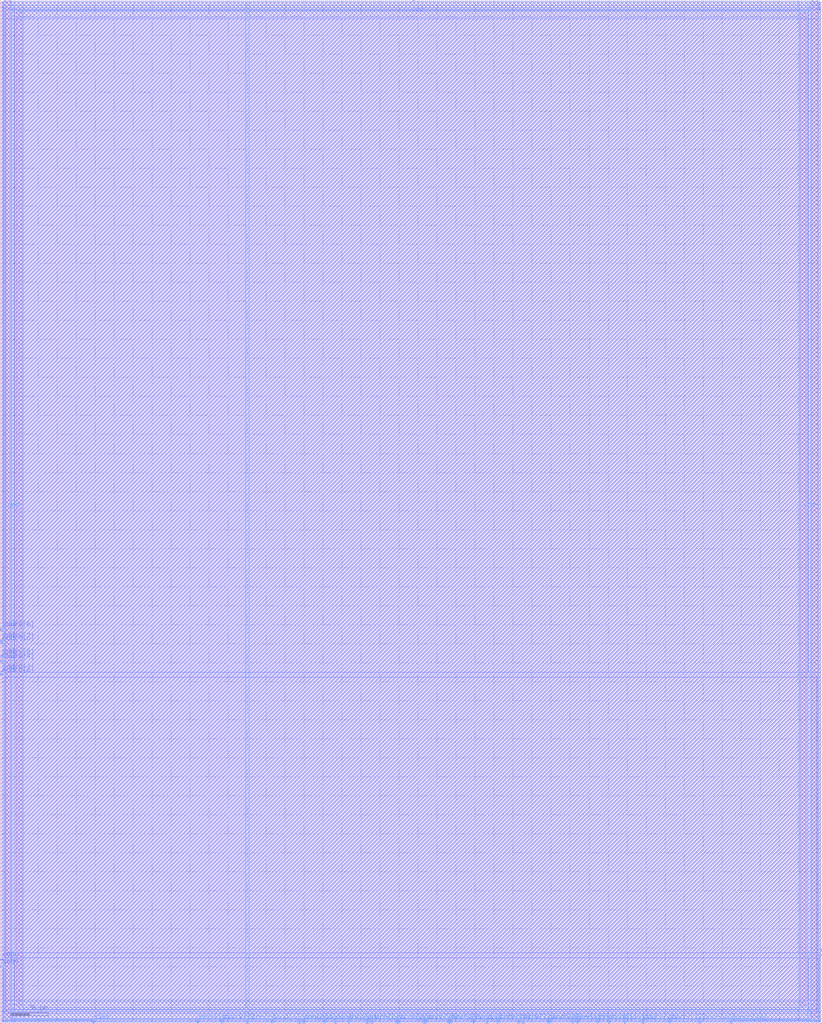
<source format=lef>
VERSION 5.4 ;
NAMESCASESENSITIVE ON ;
BUSBITCHARS "[]" ;
DIVIDERCHAR "/" ;
UNITS
  DATABASE MICRONS 2000 ;
END UNITS
MACRO conv1_rm_sram_16_336_sky130A
   CLASS BLOCK ;
   SIZE 432.71 BY 538.62 ;
   SYMMETRY X Y R90 ;
   PIN din0[0]
      DIRECTION INPUT ;
      PORT
         LAYER m4 ;
         RECT  129.71 0.0 130.45 1.93 ;
      END
   END din0[0]
   PIN din0[1]
      DIRECTION INPUT ;
      PORT
         LAYER m4 ;
         RECT  142.8 0.0 143.54 1.93 ;
      END
   END din0[1]
   PIN din0[2]
      DIRECTION INPUT ;
      PORT
         LAYER m4 ;
         RECT  157.08 0.0 157.82 1.93 ;
      END
   END din0[2]
   PIN din0[3]
      DIRECTION INPUT ;
      PORT
         LAYER m4 ;
         RECT  170.17 0.0 170.91 1.93 ;
      END
   END din0[3]
   PIN din0[4]
      DIRECTION INPUT ;
      PORT
         LAYER m4 ;
         RECT  183.26 0.0 184.0 1.93 ;
      END
   END din0[4]
   PIN din0[5]
      DIRECTION INPUT ;
      PORT
         LAYER m4 ;
         RECT  195.16 0.0 195.9 1.93 ;
      END
   END din0[5]
   PIN din0[6]
      DIRECTION INPUT ;
      PORT
         LAYER m4 ;
         RECT  209.44 0.0 210.18 1.93 ;
      END
   END din0[6]
   PIN din0[7]
      DIRECTION INPUT ;
      PORT
         LAYER m4 ;
         RECT  222.53 0.0 223.27 1.93 ;
      END
   END din0[7]
   PIN din0[8]
      DIRECTION INPUT ;
      PORT
         LAYER m4 ;
         RECT  235.62 0.0 236.36 1.93 ;
      END
   END din0[8]
   PIN din0[9]
      DIRECTION INPUT ;
      PORT
         LAYER m4 ;
         RECT  248.71 0.0 249.45 1.93 ;
      END
   END din0[9]
   PIN din0[10]
      DIRECTION INPUT ;
      PORT
         LAYER m4 ;
         RECT  261.8 0.0 262.54 1.93 ;
      END
   END din0[10]
   PIN din0[11]
      DIRECTION INPUT ;
      PORT
         LAYER m4 ;
         RECT  274.89 0.0 275.63 1.93 ;
      END
   END din0[11]
   PIN din0[12]
      DIRECTION INPUT ;
      PORT
         LAYER m4 ;
         RECT  287.98 0.0 288.72 1.93 ;
      END
   END din0[12]
   PIN din0[13]
      DIRECTION INPUT ;
      PORT
         LAYER m4 ;
         RECT  301.07 0.0 301.81 1.93 ;
      END
   END din0[13]
   PIN din0[14]
      DIRECTION INPUT ;
      PORT
         LAYER m4 ;
         RECT  314.16 0.0 314.9 1.93 ;
      END
   END din0[14]
   PIN din0[15]
      DIRECTION INPUT ;
      PORT
         LAYER m4 ;
         RECT  328.44 0.0 329.18 1.93 ;
      END
   END din0[15]
   PIN addr0[0]
      DIRECTION INPUT ;
      PORT
         LAYER m4 ;
         RECT  103.53 0.0 104.27 1.93 ;
      END
   END addr0[0]
   PIN addr0[1]
      DIRECTION INPUT ;
      PORT
         LAYER m4 ;
         RECT  116.62 0.0 117.36 1.93 ;
      END
   END addr0[1]
   PIN addr0[2]
      DIRECTION INPUT ;
      PORT
         LAYER m3 ;
         RECT  0.0 183.26 1.93 184.0 ;
      END
   END addr0[2]
   PIN addr0[3]
      DIRECTION INPUT ;
      PORT
         LAYER m3 ;
         RECT  0.0 184.45 1.93 185.19 ;
      END
   END addr0[3]
   PIN addr0[4]
      DIRECTION INPUT ;
      PORT
         LAYER m3 ;
         RECT  0.0 190.4 1.93 191.14 ;
      END
   END addr0[4]
   PIN addr0[5]
      DIRECTION INPUT ;
      PORT
         LAYER m3 ;
         RECT  0.0 192.78 1.93 193.52 ;
      END
   END addr0[5]
   PIN addr0[6]
      DIRECTION INPUT ;
      PORT
         LAYER m3 ;
         RECT  0.0 199.92 1.93 200.66 ;
      END
   END addr0[6]
   PIN addr0[7]
      DIRECTION INPUT ;
      PORT
         LAYER m3 ;
         RECT  0.0 201.11 1.93 201.85 ;
      END
   END addr0[7]
   PIN addr0[8]
      DIRECTION INPUT ;
      PORT
         LAYER m3 ;
         RECT  0.0 207.06 1.93 207.8 ;
      END
   END addr0[8]
   PIN csb0
      DIRECTION INPUT ;
      PORT
         LAYER m3 ;
         RECT  0.0 29.75 1.93 30.49 ;
      END
   END csb0
   PIN web0
      DIRECTION INPUT ;
      PORT
         LAYER m3 ;
         RECT  0.0 33.32 1.93 34.06 ;
      END
   END web0
   PIN clk0
      DIRECTION INPUT ;
      PORT
         LAYER m4 ;
         RECT  48.79 0.0 49.53 1.93 ;
      END
   END clk0
   PIN dout0[0]
      DIRECTION OUTPUT ;
      PORT
         LAYER m4 ;
         RECT  159.46 0.0 160.2 1.93 ;
      END
   END dout0[0]
   PIN dout0[1]
      DIRECTION OUTPUT ;
      PORT
         LAYER m4 ;
         RECT  176.12 0.0 176.86 1.93 ;
      END
   END dout0[1]
   PIN dout0[2]
      DIRECTION OUTPUT ;
      PORT
         LAYER m4 ;
         RECT  192.78 0.0 193.52 1.93 ;
      END
   END dout0[2]
   PIN dout0[3]
      DIRECTION OUTPUT ;
      PORT
         LAYER m4 ;
         RECT  208.25 0.0 208.99 1.93 ;
      END
   END dout0[3]
   PIN dout0[4]
      DIRECTION OUTPUT ;
      PORT
         LAYER m4 ;
         RECT  223.72 0.0 224.46 1.93 ;
      END
   END dout0[4]
   PIN dout0[5]
      DIRECTION OUTPUT ;
      PORT
         LAYER m4 ;
         RECT  236.81 0.0 237.55 1.93 ;
      END
   END dout0[5]
   PIN dout0[6]
      DIRECTION OUTPUT ;
      PORT
         LAYER m4 ;
         RECT  255.85 0.0 256.59 1.93 ;
      END
   END dout0[6]
   PIN dout0[7]
      DIRECTION OUTPUT ;
      PORT
         LAYER m4 ;
         RECT  272.51 0.0 273.25 1.93 ;
      END
   END dout0[7]
   PIN dout0[8]
      DIRECTION OUTPUT ;
      PORT
         LAYER m4 ;
         RECT  289.17 0.0 289.91 1.93 ;
      END
   END dout0[8]
   PIN dout0[9]
      DIRECTION OUTPUT ;
      PORT
         LAYER m4 ;
         RECT  303.45 0.0 304.19 1.93 ;
      END
   END dout0[9]
   PIN dout0[10]
      DIRECTION OUTPUT ;
      PORT
         LAYER m4 ;
         RECT  320.11 0.0 320.85 1.93 ;
      END
   END dout0[10]
   PIN dout0[11]
      DIRECTION OUTPUT ;
      PORT
         LAYER m4 ;
         RECT  337.96 0.0 338.7 1.93 ;
      END
   END dout0[11]
   PIN dout0[12]
      DIRECTION OUTPUT ;
      PORT
         LAYER m4 ;
         RECT  352.24 0.0 352.98 1.93 ;
      END
   END dout0[12]
   PIN dout0[13]
      DIRECTION OUTPUT ;
      PORT
         LAYER m4 ;
         RECT  367.71 0.0 368.45 1.93 ;
      END
   END dout0[13]
   PIN dout0[14]
      DIRECTION OUTPUT ;
      PORT
         LAYER m4 ;
         RECT  384.37 0.0 385.11 1.93 ;
      END
   END dout0[14]
   PIN dout0[15]
      DIRECTION OUTPUT ;
      PORT
         LAYER m3 ;
         RECT  430.78 35.7 432.71 36.44 ;
      END
   END dout0[15]
   PIN vdd
      DIRECTION INOUT ;
      USE POWER ; 
      SHAPE ABUTMENT ; 
      PORT
         LAYER m4 ;
         RECT  8.33 8.33 11.45 532.67 ;
         LAYER m4 ;
         RECT  421.26 8.33 424.38 532.67 ;
         LAYER m3 ;
         RECT  8.33 8.33 424.38 11.45 ;
         LAYER m3 ;
         RECT  8.33 529.55 424.38 532.67 ;
      END
   END vdd
   PIN gnd
      DIRECTION INOUT ;
      USE GROUND ; 
      SHAPE ABUTMENT ; 
      PORT
         LAYER m3 ;
         RECT  2.38 2.38 430.33 5.5 ;
         LAYER m3 ;
         RECT  2.38 535.5 430.33 538.62 ;
         LAYER m4 ;
         RECT  427.21 2.38 430.33 538.62 ;
         LAYER m4 ;
         RECT  2.38 2.38 5.5 538.62 ;
      END
   END gnd
   OBS
   LAYER  m1 ;
      RECT  0.91 0.91 431.8 537.71 ;
   LAYER  m2 ;
      RECT  0.91 0.91 431.8 537.71 ;
   LAYER  m3 ;
      RECT  2.83 182.36 431.8 184.9 ;
      RECT  0.91 186.09 2.83 189.5 ;
      RECT  0.91 194.42 2.83 199.02 ;
      RECT  0.91 202.75 2.83 206.16 ;
      RECT  0.91 31.39 2.83 32.42 ;
      RECT  0.91 34.96 2.83 182.36 ;
      RECT  2.83 34.8 429.88 37.34 ;
      RECT  2.83 37.34 429.88 182.36 ;
      RECT  429.88 37.34 431.8 182.36 ;
      RECT  2.83 7.43 7.43 12.35 ;
      RECT  2.83 12.35 7.43 34.8 ;
      RECT  7.43 12.35 425.28 34.8 ;
      RECT  425.28 7.43 429.88 12.35 ;
      RECT  425.28 12.35 429.88 34.8 ;
      RECT  2.83 184.9 7.43 528.65 ;
      RECT  2.83 528.65 7.43 533.57 ;
      RECT  7.43 184.9 425.28 528.65 ;
      RECT  425.28 184.9 431.8 528.65 ;
      RECT  425.28 528.65 431.8 533.57 ;
      RECT  0.91 0.91 1.48 1.48 ;
      RECT  0.91 1.48 1.48 6.4 ;
      RECT  0.91 6.4 1.48 28.85 ;
      RECT  1.48 0.91 2.83 1.48 ;
      RECT  1.48 6.4 2.83 28.85 ;
      RECT  429.88 0.91 431.23 1.48 ;
      RECT  429.88 6.4 431.23 34.8 ;
      RECT  431.23 0.91 431.8 1.48 ;
      RECT  431.23 1.48 431.8 6.4 ;
      RECT  431.23 6.4 431.8 34.8 ;
      RECT  2.83 0.91 7.43 1.48 ;
      RECT  2.83 6.4 7.43 7.43 ;
      RECT  7.43 0.91 425.28 1.48 ;
      RECT  7.43 6.4 425.28 7.43 ;
      RECT  425.28 0.91 429.88 1.48 ;
      RECT  425.28 6.4 429.88 7.43 ;
      RECT  0.91 208.7 1.48 534.6 ;
      RECT  0.91 534.6 1.48 537.71 ;
      RECT  1.48 208.7 2.83 534.6 ;
      RECT  2.83 533.57 7.43 534.6 ;
      RECT  7.43 533.57 425.28 534.6 ;
      RECT  425.28 533.57 431.23 534.6 ;
      RECT  431.23 533.57 431.8 534.6 ;
      RECT  431.23 534.6 431.8 537.71 ;
   LAYER  m4 ;
      RECT  129.11 2.53 131.05 537.71 ;
      RECT  131.05 0.91 142.2 2.53 ;
      RECT  144.14 0.91 156.48 2.53 ;
      RECT  210.78 0.91 221.93 2.53 ;
      RECT  276.23 0.91 287.38 2.53 ;
      RECT  104.87 0.91 116.02 2.53 ;
      RECT  117.96 0.91 129.11 2.53 ;
      RECT  50.13 0.91 102.93 2.53 ;
      RECT  158.42 0.91 158.86 2.53 ;
      RECT  160.8 0.91 169.57 2.53 ;
      RECT  171.51 0.91 175.52 2.53 ;
      RECT  177.46 0.91 182.66 2.53 ;
      RECT  184.6 0.91 192.18 2.53 ;
      RECT  194.12 0.91 194.56 2.53 ;
      RECT  196.5 0.91 207.65 2.53 ;
      RECT  225.06 0.91 235.02 2.53 ;
      RECT  238.15 0.91 248.11 2.53 ;
      RECT  250.05 0.91 255.25 2.53 ;
      RECT  257.19 0.91 261.2 2.53 ;
      RECT  263.14 0.91 271.91 2.53 ;
      RECT  273.85 0.91 274.29 2.53 ;
      RECT  290.51 0.91 300.47 2.53 ;
      RECT  302.41 0.91 302.85 2.53 ;
      RECT  304.79 0.91 313.56 2.53 ;
      RECT  315.5 0.91 319.51 2.53 ;
      RECT  321.45 0.91 327.84 2.53 ;
      RECT  329.78 0.91 337.36 2.53 ;
      RECT  339.3 0.91 351.64 2.53 ;
      RECT  353.58 0.91 367.11 2.53 ;
      RECT  369.05 0.91 383.77 2.53 ;
      RECT  7.73 2.53 12.05 7.73 ;
      RECT  7.73 533.27 12.05 537.71 ;
      RECT  12.05 2.53 129.11 7.73 ;
      RECT  12.05 7.73 129.11 533.27 ;
      RECT  12.05 533.27 129.11 537.71 ;
      RECT  131.05 2.53 420.66 7.73 ;
      RECT  131.05 7.73 420.66 533.27 ;
      RECT  131.05 533.27 420.66 537.71 ;
      RECT  420.66 2.53 424.98 7.73 ;
      RECT  420.66 533.27 424.98 537.71 ;
      RECT  385.71 0.91 426.61 1.78 ;
      RECT  385.71 1.78 426.61 2.53 ;
      RECT  426.61 0.91 430.93 1.78 ;
      RECT  430.93 0.91 431.8 1.78 ;
      RECT  430.93 1.78 431.8 2.53 ;
      RECT  424.98 2.53 426.61 7.73 ;
      RECT  430.93 2.53 431.8 7.73 ;
      RECT  424.98 7.73 426.61 533.27 ;
      RECT  430.93 7.73 431.8 533.27 ;
      RECT  424.98 533.27 426.61 537.71 ;
      RECT  430.93 533.27 431.8 537.71 ;
      RECT  0.91 0.91 1.78 1.78 ;
      RECT  0.91 1.78 1.78 2.53 ;
      RECT  1.78 0.91 6.1 1.78 ;
      RECT  6.1 0.91 48.19 1.78 ;
      RECT  6.1 1.78 48.19 2.53 ;
      RECT  0.91 2.53 1.78 7.73 ;
      RECT  6.1 2.53 7.73 7.73 ;
      RECT  0.91 7.73 1.78 533.27 ;
      RECT  6.1 7.73 7.73 533.27 ;
      RECT  0.91 533.27 1.78 537.71 ;
      RECT  6.1 533.27 7.73 537.71 ;
   END
END    conv1_rm_sram_16_336_sky130A
END    LIBRARY

</source>
